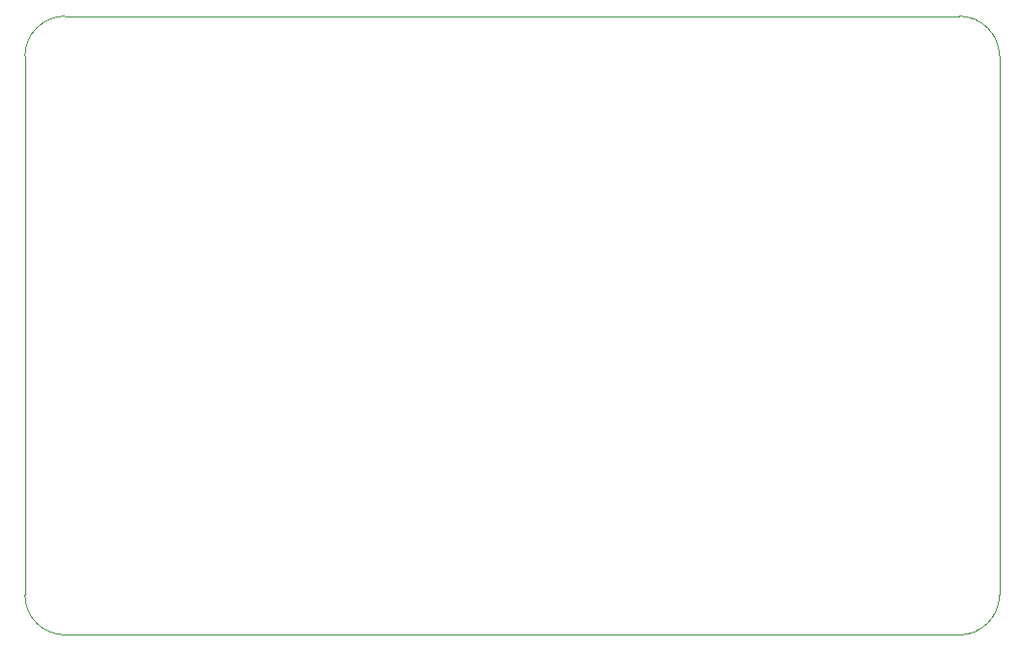
<source format=gbr>
%TF.GenerationSoftware,KiCad,Pcbnew,7.0.10*%
%TF.CreationDate,2024-02-02T00:24:17+07:00*%
%TF.ProjectId,PICO_ADC_Test,5049434f-5f41-4444-935f-546573742e6b,R0.1*%
%TF.SameCoordinates,PX72ade90PY75c75e0*%
%TF.FileFunction,Profile,NP*%
%FSLAX46Y46*%
G04 Gerber Fmt 4.6, Leading zero omitted, Abs format (unit mm)*
G04 Created by KiCad (PCBNEW 7.0.10) date 2024-02-02 00:24:17*
%MOMM*%
%LPD*%
G01*
G04 APERTURE LIST*
%TA.AperFunction,Profile*%
%ADD10C,0.100000*%
%TD*%
G04 APERTURE END LIST*
D10*
X3500000Y54000000D02*
G75*
G03*
X0Y50500000I0J-3500000D01*
G01*
X0Y3500000D02*
X0Y50500000D01*
X85000000Y50500000D02*
X85000000Y3500000D01*
X3500000Y54000000D02*
X81500000Y54000000D01*
X85000000Y50500000D02*
G75*
G03*
X81500000Y54000000I-3500000J0D01*
G01*
X0Y3500000D02*
G75*
G03*
X3500000Y0I3500000J0D01*
G01*
X81500000Y0D02*
X3500000Y0D01*
X81500000Y0D02*
G75*
G03*
X85000000Y3500000I0J3500000D01*
G01*
M02*

</source>
